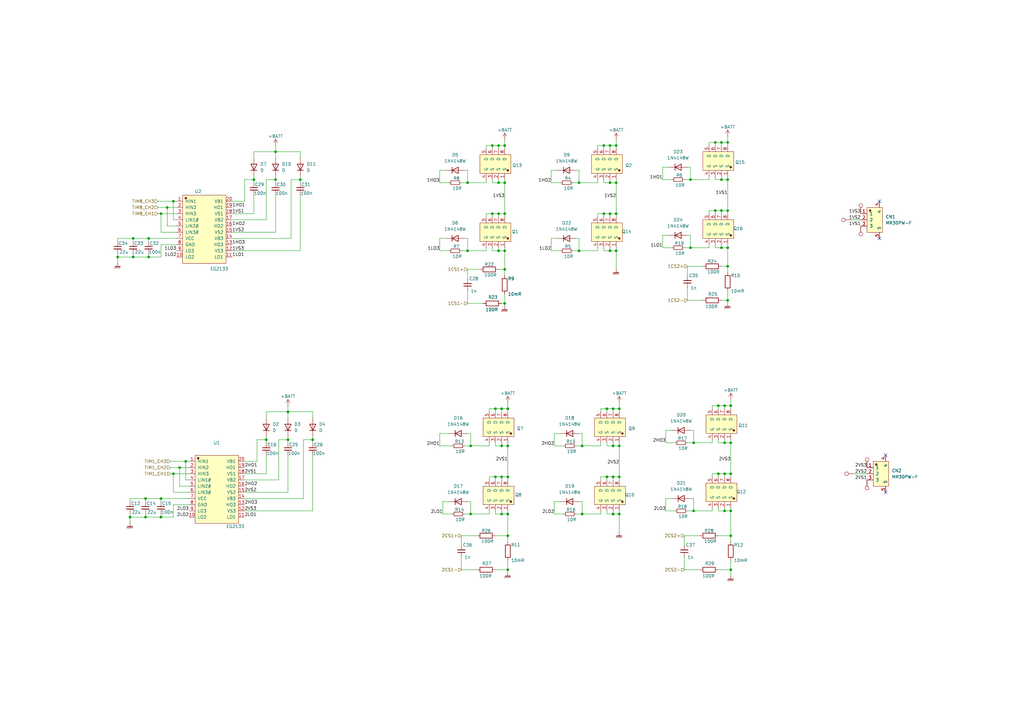
<source format=kicad_sch>
(kicad_sch (version 20231120) (generator "eeschema") (generator_version "8.0")
  (paper "A3")
  (junction (at 208.28 233.68))
  (junction (at 252.73 59.69))
  (junction (at 299.72 219.71))
  (junction (at 254 210.82))
  (junction (at 118.11 180.34))
  (junction (at 294.64 166.37))
  (junction (at 250.19 74.93))
  (junction (at 295.91 58.42))
  (junction (at 283.21 101.6))
  (junction (at 238.76 182.88))
  (junction (at 205.74 167.64))
  (junction (at 205.74 182.88))
  (junction (at 251.46 167.64))
  (junction (at 76.2 189.23))
  (junction (at 298.45 101.6))
  (junction (at 248.92 195.58))
  (junction (at 283.21 73.66))
  (junction (at 53.34 212.09))
  (junction (at 71.12 82.55))
  (junction (at 191.77 102.87))
  (junction (at 254 167.64))
  (junction (at 297.18 181.61))
  (junction (at 237.49 74.93))
  (junction (at 297.18 194.31))
  (junction (at 251.46 210.82))
  (junction (at 207.01 87.63))
  (junction (at 250.19 87.63))
  (junction (at 299.72 166.37))
  (junction (at 191.77 74.93))
  (junction (at 299.72 233.68))
  (junction (at 113.03 73.66))
  (junction (at 208.28 195.58))
  (junction (at 204.47 59.69))
  (junction (at 251.46 195.58))
  (junction (at 298.45 109.22))
  (junction (at 54.61 97.79))
  (junction (at 298.45 58.42))
  (junction (at 247.65 87.63))
  (junction (at 201.93 87.63))
  (junction (at 60.96 97.79))
  (junction (at 207.01 102.87))
  (junction (at 201.93 59.69))
  (junction (at 284.48 181.61))
  (junction (at 205.74 210.82))
  (junction (at 208.28 167.64))
  (junction (at 252.73 87.63))
  (junction (at 204.47 102.87))
  (junction (at 295.91 101.6))
  (junction (at 293.37 86.36))
  (junction (at 251.46 182.88))
  (junction (at 205.74 195.58))
  (junction (at 203.2 167.64))
  (junction (at 297.18 209.55))
  (junction (at 208.28 219.71))
  (junction (at 204.47 74.93))
  (junction (at 113.03 62.23))
  (junction (at 250.19 102.87))
  (junction (at 71.12 194.31))
  (junction (at 207.01 74.93))
  (junction (at 59.69 204.47))
  (junction (at 295.91 73.66))
  (junction (at 252.73 102.87))
  (junction (at 207.01 110.49))
  (junction (at 295.91 86.36))
  (junction (at 248.92 167.64))
  (junction (at 294.64 194.31))
  (junction (at 118.11 168.91))
  (junction (at 254 182.88))
  (junction (at 204.47 87.63))
  (junction (at 297.18 166.37))
  (junction (at 208.28 210.82))
  (junction (at 252.73 74.93))
  (junction (at 109.22 180.34))
  (junction (at 299.72 194.31))
  (junction (at 293.37 58.42))
  (junction (at 298.45 123.19))
  (junction (at 73.66 191.77))
  (junction (at 237.49 102.87))
  (junction (at 59.69 212.09))
  (junction (at 247.65 59.69))
  (junction (at 123.19 73.66))
  (junction (at 48.26 105.41))
  (junction (at 250.19 59.69))
  (junction (at 299.72 209.55))
  (junction (at 254 195.58))
  (junction (at 193.04 210.82))
  (junction (at 66.04 87.63))
  (junction (at 104.14 73.66))
  (junction (at 193.04 182.88))
  (junction (at 66.04 212.09))
  (junction (at 203.2 195.58))
  (junction (at 298.45 86.36))
  (junction (at 284.48 209.55))
  (junction (at 128.27 180.34))
  (junction (at 68.58 85.09))
  (junction (at 207.01 59.69))
  (junction (at 208.28 182.88))
  (junction (at 207.01 124.46))
  (junction (at 54.61 105.41))
  (junction (at 299.72 181.61))
  (junction (at 298.45 73.66))
  (junction (at 66.04 204.47))
  (junction (at 60.96 105.41))
  (junction (at 238.76 210.82))
  (no_connect (at 360.68 82.55))
  (no_connect (at 360.68 97.79))
  (no_connect (at 363.22 186.69))
  (no_connect (at 363.22 201.93))
  (wire (pts (xy 280.67 233.68) (xy 280.67 228.6)))
  (wire (pts (xy 226.06 74.93) (xy 229.87 74.93)))
  (wire (pts (xy 203.2 167.64) (xy 205.74 167.64)))
  (wire (pts (xy 251.46 195.58) (xy 251.46 196.85)))
  (wire (pts (xy 290.83 100.33) (xy 290.83 101.6)))
  (wire (pts (xy 203.2 210.82) (xy 205.74 210.82)))
  (wire (pts (xy 298.45 73.66) (xy 295.91 73.66)))
  (wire (pts (xy 254 210.82) (xy 254 209.55)))
  (wire (pts (xy 109.22 179.07) (xy 109.22 180.34)))
  (wire (pts (xy 207.01 87.63) (xy 207.01 88.9)))
  (wire (pts (xy 201.93 59.69) (xy 201.93 60.96)))
  (wire (pts (xy 245.11 60.96) (xy 245.11 59.69)))
  (wire (pts (xy 105.41 189.23) (xy 100.33 189.23)))
  (wire (pts (xy 191.77 102.87) (xy 199.39 102.87)))
  (wire (pts (xy 299.72 166.37) (xy 299.72 167.64)))
  (wire (pts (xy 104.14 72.39) (xy 104.14 73.66)))
  (wire (pts (xy 205.74 167.64) (xy 208.28 167.64)))
  (wire (pts (xy 292.1 180.34) (xy 292.1 181.61)))
  (wire (pts (xy 191.77 74.93) (xy 199.39 74.93)))
  (wire (pts (xy 237.49 205.74) (xy 238.76 205.74)))
  (wire (pts (xy 200.66 196.85) (xy 200.66 195.58)))
  (wire (pts (xy 72.39 95.25) (xy 66.04 95.25)))
  (wire (pts (xy 293.37 72.39) (xy 293.37 73.66)))
  (wire (pts (xy 123.19 64.77) (xy 123.19 62.23)))
  (wire (pts (xy 297.18 166.37) (xy 297.18 167.64)))
  (wire (pts (xy 180.34 102.87) (xy 184.15 102.87)))
  (wire (pts (xy 281.94 96.52) (xy 283.21 96.52)))
  (wire (pts (xy 208.28 182.88) (xy 208.28 195.58)))
  (wire (pts (xy 114.3 180.34) (xy 114.3 196.85)))
  (wire (pts (xy 247.65 59.69) (xy 247.65 60.96)))
  (wire (pts (xy 246.38 209.55) (xy 246.38 210.82)))
  (wire (pts (xy 246.38 168.91) (xy 246.38 167.64)))
  (wire (pts (xy 254 165.1) (xy 254 167.64)))
  (wire (pts (xy 293.37 101.6) (xy 295.91 101.6)))
  (wire (pts (xy 184.15 177.8) (xy 180.34 177.8)))
  (wire (pts (xy 128.27 171.45) (xy 128.27 168.91)))
  (wire (pts (xy 287.02 219.71) (xy 280.67 219.71)))
  (wire (pts (xy 246.38 167.64) (xy 248.92 167.64)))
  (wire (pts (xy 236.22 210.82) (xy 238.76 210.82)))
  (wire (pts (xy 201.93 73.66) (xy 201.93 74.93)))
  (wire (pts (xy 250.19 59.69) (xy 252.73 59.69)))
  (wire (pts (xy 204.47 102.87) (xy 207.01 102.87)))
  (wire (pts (xy 208.28 167.64) (xy 208.28 168.91)))
  (wire (pts (xy 59.69 210.82) (xy 59.69 212.09)))
  (wire (pts (xy 199.39 59.69) (xy 201.93 59.69)))
  (wire (pts (xy 191.77 69.85) (xy 191.77 74.93)))
  (wire (pts (xy 297.18 194.31) (xy 299.72 194.31)))
  (wire (pts (xy 294.64 219.71) (xy 299.72 219.71)))
  (wire (pts (xy 77.47 201.93) (xy 71.12 201.93)))
  (wire (pts (xy 118.11 168.91) (xy 109.22 168.91)))
  (wire (pts (xy 254 210.82) (xy 254 218.44)))
  (wire (pts (xy 208.28 181.61) (xy 208.28 182.88)))
  (wire (pts (xy 60.96 97.79) (xy 60.96 99.06)))
  (wire (pts (xy 208.28 219.71) (xy 208.28 222.25)))
  (wire (pts (xy 248.92 210.82) (xy 251.46 210.82)))
  (wire (pts (xy 207.01 74.93) (xy 207.01 87.63)))
  (wire (pts (xy 201.93 102.87) (xy 204.47 102.87)))
  (wire (pts (xy 246.38 181.61) (xy 246.38 182.88)))
  (wire (pts (xy 294.64 180.34) (xy 294.64 181.61)))
  (wire (pts (xy 238.76 177.8) (xy 238.76 182.88)))
  (wire (pts (xy 123.19 62.23) (xy 113.03 62.23)))
  (wire (pts (xy 118.11 168.91) (xy 118.11 171.45)))
  (wire (pts (xy 66.04 100.33) (xy 66.04 105.41)))
  (wire (pts (xy 72.39 90.17) (xy 71.12 90.17)))
  (wire (pts (xy 66.04 204.47) (xy 66.04 205.74)))
  (wire (pts (xy 104.14 87.63) (xy 95.25 87.63)))
  (wire (pts (xy 251.46 209.55) (xy 251.46 210.82)))
  (wire (pts (xy 234.95 74.93) (xy 237.49 74.93)))
  (wire (pts (xy 69.85 191.77) (xy 73.66 191.77)))
  (wire (pts (xy 54.61 105.41) (xy 48.26 105.41)))
  (wire (pts (xy 280.67 219.71) (xy 280.67 223.52)))
  (wire (pts (xy 274.32 68.58) (xy 271.78 68.58)))
  (wire (pts (xy 68.58 92.71) (xy 68.58 85.09)))
  (wire (pts (xy 53.34 212.09) (xy 53.34 210.82)))
  (wire (pts (xy 113.03 73.66) (xy 109.22 73.66)))
  (wire (pts (xy 113.03 62.23) (xy 104.14 62.23)))
  (wire (pts (xy 104.14 62.23) (xy 104.14 64.77)))
  (wire (pts (xy 204.47 87.63) (xy 207.01 87.63)))
  (wire (pts (xy 66.04 87.63) (xy 72.39 87.63)))
  (wire (pts (xy 293.37 58.42) (xy 293.37 59.69)))
  (wire (pts (xy 251.46 167.64) (xy 251.46 168.91)))
  (wire (pts (xy 250.19 87.63) (xy 250.19 88.9)))
  (wire (pts (xy 119.38 73.66) (xy 119.38 97.79)))
  (wire (pts (xy 207.01 124.46) (xy 207.01 125.73)))
  (wire (pts (xy 284.48 176.53) (xy 284.48 181.61)))
  (wire (pts (xy 207.01 74.93) (xy 204.47 74.93)))
  (wire (pts (xy 181.61 210.82) (xy 185.42 210.82)))
  (wire (pts (xy 71.12 212.09) (xy 66.04 212.09)))
  (wire (pts (xy 113.03 72.39) (xy 113.03 73.66)))
  (wire (pts (xy 226.06 102.87) (xy 229.87 102.87)))
  (wire (pts (xy 64.77 85.09) (xy 68.58 85.09)))
  (wire (pts (xy 292.1 208.28) (xy 292.1 209.55)))
  (wire (pts (xy 288.29 123.19) (xy 281.94 123.19)))
  (wire (pts (xy 199.39 73.66) (xy 199.39 74.93)))
  (wire (pts (xy 59.69 204.47) (xy 53.34 204.47)))
  (wire (pts (xy 281.94 68.58) (xy 283.21 68.58)))
  (wire (pts (xy 76.2 189.23) (xy 77.47 189.23)))
  (wire (pts (xy 191.77 110.49) (xy 191.77 114.3)))
  (wire (pts (xy 295.91 123.19) (xy 298.45 123.19)))
  (wire (pts (xy 226.06 69.85) (xy 226.06 74.93)))
  (wire (pts (xy 180.34 97.79) (xy 180.34 102.87)))
  (wire (pts (xy 100.33 82.55) (xy 95.25 82.55)))
  (wire (pts (xy 207.01 102.87) (xy 207.01 110.49)))
  (wire (pts (xy 298.45 123.19) (xy 298.45 124.46)))
  (wire (pts (xy 189.23 233.68) (xy 189.23 228.6)))
  (wire (pts (xy 299.72 194.31) (xy 299.72 195.58)))
  (wire (pts (xy 299.72 229.87) (xy 299.72 233.68)))
  (wire (pts (xy 274.32 96.52) (xy 271.78 96.52)))
  (wire (pts (xy 53.34 204.47) (xy 53.34 205.74)))
  (wire (pts (xy 290.83 58.42) (xy 293.37 58.42)))
  (wire (pts (xy 237.49 97.79) (xy 237.49 102.87)))
  (wire (pts (xy 77.47 196.85) (xy 76.2 196.85)))
  (wire (pts (xy 283.21 204.47) (xy 284.48 204.47)))
  (wire (pts (xy 294.64 181.61) (xy 297.18 181.61)))
  (wire (pts (xy 295.91 86.36) (xy 298.45 86.36)))
  (wire (pts (xy 246.38 196.85) (xy 246.38 195.58)))
  (wire (pts (xy 201.93 101.6) (xy 201.93 102.87)))
  (wire (pts (xy 66.04 204.47) (xy 59.69 204.47)))
  (wire (pts (xy 295.91 86.36) (xy 295.91 87.63)))
  (wire (pts (xy 283.21 68.58) (xy 283.21 73.66)))
  (wire (pts (xy 105.41 180.34) (xy 105.41 189.23)))
  (wire (pts (xy 284.48 209.55) (xy 292.1 209.55)))
  (wire (pts (xy 203.2 167.64) (xy 203.2 168.91)))
  (wire (pts (xy 293.37 86.36) (xy 293.37 87.63)))
  (wire (pts (xy 299.72 219.71) (xy 299.72 222.25)))
  (wire (pts (xy 54.61 97.79) (xy 54.61 99.06)))
  (wire (pts (xy 69.85 194.31) (xy 71.12 194.31)))
  (wire (pts (xy 208.28 165.1) (xy 208.28 167.64)))
  (wire (pts (xy 181.61 205.74) (xy 181.61 210.82)))
  (wire (pts (xy 297.18 194.31) (xy 297.18 195.58)))
  (wire (pts (xy 203.2 195.58) (xy 203.2 196.85)))
  (wire (pts (xy 71.12 194.31) (xy 77.47 194.31)))
  (wire (pts (xy 298.45 58.42) (xy 298.45 59.69)))
  (wire (pts (xy 283.21 176.53) (xy 284.48 176.53)))
  (wire (pts (xy 281.94 181.61) (xy 284.48 181.61)))
  (wire (pts (xy 204.47 74.93) (xy 204.47 73.66)))
  (wire (pts (xy 189.23 102.87) (xy 191.77 102.87)))
  (wire (pts (xy 118.11 179.07) (xy 118.11 180.34)))
  (wire (pts (xy 123.19 80.01) (xy 123.19 102.87)))
  (wire (pts (xy 252.73 102.87) (xy 252.73 101.6)))
  (wire (pts (xy 248.92 195.58) (xy 248.92 196.85)))
  (wire (pts (xy 293.37 100.33) (xy 293.37 101.6)))
  (wire (pts (xy 208.28 195.58) (xy 208.28 196.85)))
  (wire (pts (xy 238.76 205.74) (xy 238.76 210.82)))
  (wire (pts (xy 251.46 195.58) (xy 254 195.58)))
  (wire (pts (xy 204.47 110.49) (xy 207.01 110.49)))
  (wire (pts (xy 299.72 180.34) (xy 299.72 181.61)))
  (wire (pts (xy 195.58 219.71) (xy 189.23 219.71)))
  (wire (pts (xy 298.45 101.6) (xy 298.45 109.22)))
  (wire (pts (xy 254 195.58) (xy 254 196.85)))
  (wire (pts (xy 245.11 88.9) (xy 245.11 87.63)))
  (wire (pts (xy 199.39 60.96) (xy 199.39 59.69)))
  (wire (pts (xy 128.27 209.55) (xy 100.33 209.55)))
  (wire (pts (xy 298.45 73.66) (xy 298.45 86.36)))
  (wire (pts (xy 201.93 87.63) (xy 201.93 88.9)))
  (wire (pts (xy 109.22 186.69) (xy 109.22 194.31)))
  (wire (pts (xy 193.04 210.82) (xy 200.66 210.82)))
  (wire (pts (xy 104.14 73.66) (xy 100.33 73.66)))
  (wire (pts (xy 201.93 74.93) (xy 204.47 74.93)))
  (wire (pts (xy 204.47 101.6) (xy 204.47 102.87)))
  (wire (pts (xy 54.61 97.79) (xy 48.26 97.79)))
  (wire (pts (xy 281.94 209.55) (xy 284.48 209.55)))
  (wire (pts (xy 290.83 72.39) (xy 290.83 73.66)))
  (wire (pts (xy 273.05 209.55) (xy 276.86 209.55)))
  (wire (pts (xy 273.05 176.53) (xy 273.05 181.61)))
  (wire (pts (xy 190.5 97.79) (xy 191.77 97.79)))
  (wire (pts (xy 250.19 87.63) (xy 252.73 87.63)))
  (wire (pts (xy 60.96 105.41) (xy 54.61 105.41)))
  (wire (pts (xy 113.03 62.23) (xy 113.03 64.77)))
  (wire (pts (xy 226.06 97.79) (xy 226.06 102.87)))
  (wire (pts (xy 283.21 73.66) (xy 290.83 73.66)))
  (wire (pts (xy 203.2 182.88) (xy 205.74 182.88)))
  (wire (pts (xy 290.83 87.63) (xy 290.83 86.36)))
  (wire (pts (xy 77.47 199.39) (xy 73.66 199.39)))
  (wire (pts (xy 250.19 101.6) (xy 250.19 102.87)))
  (wire (pts (xy 271.78 101.6) (xy 275.59 101.6)))
  (wire (pts (xy 72.39 92.71) (xy 68.58 92.71)))
  (wire (pts (xy 294.64 166.37) (xy 294.64 167.64)))
  (wire (pts (xy 113.03 80.01) (xy 113.03 95.25)))
  (wire (pts (xy 208.28 210.82) (xy 208.28 219.71)))
  (wire (pts (xy 247.65 87.63) (xy 247.65 88.9)))
  (wire (pts (xy 207.01 73.66) (xy 207.01 74.93)))
  (wire (pts (xy 113.03 59.69) (xy 113.03 62.23)))
  (wire (pts (xy 280.67 73.66) (xy 283.21 73.66)))
  (wire (pts (xy 252.73 87.63) (xy 252.73 88.9)))
  (wire (pts (xy 190.5 182.88) (xy 193.04 182.88)))
  (wire (pts (xy 290.83 59.69) (xy 290.83 58.42)))
  (wire (pts (xy 252.73 102.87) (xy 252.73 110.49)))
  (wire (pts (xy 254 182.88) (xy 251.46 182.88)))
  (wire (pts (xy 205.74 195.58) (xy 205.74 196.85)))
  (wire (pts (xy 203.2 181.61) (xy 203.2 182.88)))
  (wire (pts (xy 180.34 182.88) (xy 185.42 182.88)))
  (wire (pts (xy 71.12 82.55) (xy 72.39 82.55)))
  (wire (pts (xy 66.04 105.41) (xy 60.96 105.41)))
  (wire (pts (xy 72.39 97.79) (xy 60.96 97.79)))
  (wire (pts (xy 299.72 181.61) (xy 299.72 194.31)))
  (wire (pts (xy 299.72 209.55) (xy 299.72 208.28)))
  (wire (pts (xy 180.34 177.8) (xy 180.34 182.88)))
  (wire (pts (xy 299.72 233.68) (xy 299.72 236.22)))
  (wire (pts (xy 299.72 181.61) (xy 297.18 181.61)))
  (wire (pts (xy 293.37 58.42) (xy 295.91 58.42)))
  (wire (pts (xy 193.04 182.88) (xy 200.66 182.88)))
  (wire (pts (xy 298.45 72.39) (xy 298.45 73.66)))
  (wire (pts (xy 284.48 181.61) (xy 292.1 181.61)))
  (wire (pts (xy 199.39 101.6) (xy 199.39 102.87)))
  (wire (pts (xy 254 181.61) (xy 254 182.88)))
  (wire (pts (xy 66.04 212.09) (xy 59.69 212.09)))
  (wire (pts (xy 248.92 209.55) (xy 248.92 210.82)))
  (wire (pts (xy 236.22 69.85) (xy 237.49 69.85)))
  (wire (pts (xy 68.58 85.09) (xy 72.39 85.09)))
  (wire (pts (xy 237.49 102.87) (xy 245.11 102.87)))
  (wire (pts (xy 60.96 104.14) (xy 60.96 105.41)))
  (wire (pts (xy 191.77 205.74) (xy 193.04 205.74)))
  (wire (pts (xy 247.65 102.87) (xy 250.19 102.87)))
  (wire (pts (xy 71.12 90.17) (xy 71.12 82.55)))
  (wire (pts (xy 191.77 177.8) (xy 193.04 177.8)))
  (wire (pts (xy 190.5 69.85) (xy 191.77 69.85)))
  (wire (pts (xy 227.33 205.74) (xy 227.33 210.82)))
  (wire (pts (xy 299.72 209.55) (xy 299.72 219.71)))
  (wire (pts (xy 252.73 57.15) (xy 252.73 59.69)))
  (wire (pts (xy 196.85 110.49) (xy 191.77 110.49)))
  (wire (pts (xy 204.47 87.63) (xy 204.47 88.9)))
  (wire (pts (xy 104.14 73.66) (xy 104.14 74.93)))
  (wire (pts (xy 53.34 212.09) (xy 53.34 214.63)))
  (wire (pts (xy 250.19 74.93) (xy 250.19 73.66)))
  (wire (pts (xy 118.11 186.69) (xy 118.11 201.93)))
  (wire (pts (xy 295.91 101.6) (xy 298.45 101.6)))
  (wire (pts (xy 204.47 59.69) (xy 204.47 60.96)))
  (wire (pts (xy 298.45 55.88) (xy 298.45 58.42)))
  (wire (pts (xy 59.69 204.47) (xy 59.69 205.74)))
  (wire (pts (xy 109.22 180.34) (xy 109.22 181.61)))
  (wire (pts (xy 128.27 168.91) (xy 118.11 168.91)))
  (wire (pts (xy 205.74 124.46) (xy 207.01 124.46)))
  (wire (pts (xy 294.64 233.68) (xy 299.72 233.68)))
  (wire (pts (xy 193.04 177.8) (xy 193.04 182.88)))
  (wire (pts (xy 195.58 233.68) (xy 189.23 233.68)))
  (wire (pts (xy 247.65 73.66) (xy 247.65 74.93)))
  (wire (pts (xy 281.94 123.19) (xy 281.94 118.11)))
  (wire (pts (xy 60.96 97.79) (xy 54.61 97.79)))
  (wire (pts (xy 247.65 59.69) (xy 250.19 59.69)))
  (wire (pts (xy 205.74 209.55) (xy 205.74 210.82)))
  (wire (pts (xy 199.39 87.63) (xy 201.93 87.63)))
  (wire (pts (xy 283.21 101.6) (xy 290.83 101.6)))
  (wire (pts (xy 203.2 233.68) (xy 208.28 233.68)))
  (wire (pts (xy 252.73 74.93) (xy 250.19 74.93)))
  (wire (pts (xy 248.92 182.88) (xy 251.46 182.88)))
  (wire (pts (xy 208.28 182.88) (xy 205.74 182.88)))
  (wire (pts (xy 205.74 167.64) (xy 205.74 168.91)))
  (wire (pts (xy 246.38 195.58) (xy 248.92 195.58)))
  (wire (pts (xy 247.65 101.6) (xy 247.65 102.87)))
  (wire (pts (xy 182.88 97.79) (xy 180.34 97.79)))
  (wire (pts (xy 73.66 199.39) (xy 73.66 191.77)))
  (wire (pts (xy 200.66 181.61) (xy 200.66 182.88)))
  (wire (pts (xy 190.5 210.82) (xy 193.04 210.82)))
  (wire (pts (xy 273.05 204.47) (xy 273.05 209.55)))
  (wire (pts (xy 48.26 105.41) (xy 48.26 107.95)))
  (wire (pts (xy 295.91 58.42) (xy 295.91 59.69)))
  (wire (pts (xy 109.22 194.31) (xy 100.33 194.31)))
  (wire (pts (xy 123.19 73.66) (xy 119.38 73.66)))
  (wire (pts (xy 298.45 86.36) (xy 298.45 87.63)))
  (wire (pts (xy 207.01 102.87) (xy 207.01 101.6)))
  (wire (pts (xy 95.25 97.79) (xy 119.38 97.79)))
  (wire (pts (xy 201.93 59.69) (xy 204.47 59.69)))
  (wire (pts (xy 294.64 194.31) (xy 294.64 195.58)))
  (wire (pts (xy 205.74 182.88) (xy 205.74 181.61)))
  (wire (pts (xy 298.45 101.6) (xy 298.45 100.33)))
  (wire (pts (xy 227.33 210.82) (xy 231.14 210.82)))
  (wire (pts (xy 109.22 180.34) (xy 105.41 180.34)))
  (wire (pts (xy 271.78 68.58) (xy 271.78 73.66)))
  (wire (pts (xy 297.18 208.28) (xy 297.18 209.55)))
  (wire (pts (xy 248.92 181.61) (xy 248.92 182.88)))
  (wire (pts (xy 118.11 180.34) (xy 114.3 180.34)))
  (wire (pts (xy 237.49 69.85) (xy 237.49 74.93)))
  (wire (pts (xy 207.01 120.65) (xy 207.01 124.46)))
  (wire (pts (xy 128.27 180.34) (xy 128.27 181.61)))
  (wire (pts (xy 229.87 205.74) (xy 227.33 205.74)))
  (wire (pts (xy 252.73 73.66) (xy 252.73 74.93)))
  (wire (pts (xy 203.2 195.58) (xy 205.74 195.58)))
  (wire (pts (xy 199.39 88.9) (xy 199.39 87.63)))
  (wire (pts (xy 245.11 101.6) (xy 245.11 102.87)))
  (wire (pts (xy 100.33 204.47) (xy 124.46 204.47)))
  (wire (pts (xy 287.02 233.68) (xy 280.67 233.68)))
  (wire (pts (xy 64.77 87.63) (xy 66.04 87.63)))
  (wire (pts (xy 228.6 69.85) (xy 226.06 69.85)))
  (wire (pts (xy 76.2 196.85) (xy 76.2 189.23)))
  (wire (pts (xy 208.28 233.68) (xy 208.28 234.95)))
  (wire (pts (xy 292.1 195.58) (xy 292.1 194.31)))
  (wire (pts (xy 254 167.64) (xy 254 168.91)))
  (wire (pts (xy 198.12 124.46) (xy 191.77 124.46)))
  (wire (pts (xy 349.25 90.17) (xy 353.06 90.17)))
  (wire (pts (xy 204.47 59.69) (xy 207.01 59.69)))
  (wire (pts (xy 237.49 177.8) (xy 238.76 177.8)))
  (wire (pts (xy 109.22 73.66) (xy 109.22 90.17)))
  (wire (pts (xy 227.33 182.88) (xy 231.14 182.88)))
  (wire (pts (xy 109.22 168.91) (xy 109.22 171.45)))
  (wire (pts (xy 238.76 210.82) (xy 246.38 210.82)))
  (wire (pts (xy 227.33 177.8) (xy 227.33 182.88)))
  (wire (pts (xy 207.01 110.49) (xy 207.01 113.03)))
  (wire (pts (xy 104.14 80.01) (xy 104.14 87.63)))
  (wire (pts (xy 251.46 167.64) (xy 254 167.64)))
  (wire (pts (xy 292.1 194.31) (xy 294.64 194.31)))
  (wire (pts (xy 203.2 209.55) (xy 203.2 210.82)))
  (wire (pts (xy 237.49 74.93) (xy 245.11 74.93)))
  (wire (pts (xy 250.19 102.87) (xy 252.73 102.87)))
  (wire (pts (xy 254 182.88) (xy 254 195.58)))
  (wire (pts (xy 236.22 182.88) (xy 238.76 182.88)))
  (wire (pts (xy 288.29 109.22) (xy 281.94 109.22)))
  (wire (pts (xy 208.28 210.82) (xy 208.28 209.55)))
  (wire (pts (xy 252.73 74.93) (xy 252.73 87.63)))
  (wire (pts (xy 298.45 109.22) (xy 298.45 111.76)))
  (wire (pts (xy 66.04 95.25) (xy 66.04 87.63)))
  (wire (pts (xy 207.01 59.69) (xy 207.01 60.96)))
  (wire (pts (xy 294.64 208.28) (xy 294.64 209.55)))
  (wire (pts (xy 180.34 69.85) (xy 180.34 74.93)))
  (wire (pts (xy 66.04 210.82) (xy 66.04 212.09)))
  (wire (pts (xy 182.88 69.85) (xy 180.34 69.85)))
  (wire (pts (xy 113.03 73.66) (xy 113.03 74.93)))
  (wire (pts (xy 248.92 167.64) (xy 248.92 168.91)))
  (wire (pts (xy 128.27 180.34) (xy 124.46 180.34)))
  (wire (pts (xy 54.61 104.14) (xy 54.61 105.41)))
  (wire (pts (xy 118.11 166.37) (xy 118.11 168.91)))
  (wire (pts (xy 350.52 194.31) (xy 355.6 194.31)))
  (wire (pts (xy 252.73 59.69) (xy 252.73 60.96)))
  (wire (pts (xy 248.92 195.58) (xy 251.46 195.58)))
  (wire (pts (xy 281.94 109.22) (xy 281.94 113.03)))
  (wire (pts (xy 297.18 166.37) (xy 299.72 166.37)))
  (wire (pts (xy 113.03 95.25) (xy 95.25 95.25)))
  (wire (pts (xy 180.34 74.93) (xy 184.15 74.93)))
  (wire (pts (xy 200.66 195.58) (xy 203.2 195.58)))
  (wire (pts (xy 191.77 97.79) (xy 191.77 102.87)))
  (wire (pts (xy 297.18 209.55) (xy 299.72 209.55)))
  (wire (pts (xy 184.15 205.74) (xy 181.61 205.74)))
  (wire (pts (xy 283.21 96.52) (xy 283.21 101.6)))
  (wire (pts (xy 271.78 96.52) (xy 271.78 101.6)))
  (wire (pts (xy 208.28 229.87) (xy 208.28 233.68)))
  (wire (pts (xy 247.65 87.63) (xy 250.19 87.63)))
  (wire (pts (xy 205.74 210.82) (xy 208.28 210.82)))
  (wire (pts (xy 200.66 168.91) (xy 200.66 167.64)))
  (wire (pts (xy 292.1 166.37) (xy 294.64 166.37)))
  (wire (pts (xy 295.91 73.66) (xy 295.91 72.39)))
  (wire (pts (xy 295.91 100.33) (xy 295.91 101.6)))
  (wire (pts (xy 72.39 100.33) (xy 66.04 100.33)))
  (wire (pts (xy 77.47 207.01) (xy 71.12 207.01)))
  (wire (pts (xy 189.23 219.71) (xy 189.23 223.52)))
  (wire (pts (xy 275.59 176.53) (xy 273.05 176.53)))
  (wire (pts (xy 280.67 101.6) (xy 283.21 101.6)))
  (wire (pts (xy 109.22 90.17) (xy 95.25 90.17)))
  (wire (pts (xy 294.64 194.31) (xy 297.18 194.31)))
  (wire (pts (xy 295.91 109.22) (xy 298.45 109.22)))
  (wire (pts (xy 59.69 212.09) (xy 53.34 212.09)))
  (wire (pts (xy 71.12 207.01) (xy 71.12 212.09)))
  (wire (pts (xy 124.46 180.34) (xy 124.46 204.47)))
  (wire (pts (xy 118.11 201.93) (xy 100.33 201.93)))
  (wire (pts (xy 48.26 97.79) (xy 48.26 99.06)))
  (wire (pts (xy 245.11 73.66) (xy 245.11 74.93)))
  (wire (pts (xy 251.46 210.82) (xy 254 210.82)))
  (wire (pts (xy 236.22 97.79) (xy 237.49 97.79)))
  (wire (pts (xy 292.1 167.64) (xy 292.1 166.37)))
  (wire (pts (xy 118.11 180.34) (xy 118.11 181.61)))
  (wire (pts (xy 299.72 163.83) (xy 299.72 166.37)))
  (wire (pts (xy 73.66 191.77) (xy 77.47 191.77)))
  (wire (pts (xy 250.19 59.69) (xy 250.19 60.96)))
  (wire (pts (xy 123.19 73.66) (xy 123.19 74.93)))
  (wire (pts (xy 201.93 87.63) (xy 204.47 87.63)))
  (wire (pts (xy 295.91 58.42) (xy 298.45 58.42)))
  (wire (pts (xy 298.45 119.38) (xy 298.45 123.19)))
  (wire (pts (xy 293.37 73.66) (xy 295.91 73.66)))
  (wire (pts (xy 48.26 105.41) (xy 48.26 104.14)))
  (wire (pts (xy 114.3 196.85) (xy 100.33 196.85)))
  (wire (pts (xy 238.76 182.88) (xy 246.38 182.88)))
  (wire (pts (xy 193.04 205.74) (xy 193.04 210.82)))
  (wire (pts (xy 200.66 167.64) (xy 203.2 167.64)))
  (wire (pts (xy 294.64 166.37) (xy 297.18 166.37)))
  (wire (pts (xy 128.27 186.69) (xy 128.27 209.55)))
  (wire (pts (xy 71.12 201.93) (xy 71.12 194.31)))
  (wire (pts (xy 228.6 97.79) (xy 226.06 97.79)))
  (wire (pts (xy 293.37 86.36) (xy 295.91 86.36)))
  (wire (pts (xy 284.48 204.47) (xy 284.48 209.55)))
  (wire (pts (xy 203.2 219.71) (xy 208.28 219.71)))
  (wire (pts (xy 290.83 86.36) (xy 293.37 86.36)))
  (wire (pts (xy 273.05 181.61) (xy 276.86 181.61)))
  (wire (pts (xy 123.19 72.39) (xy 123.19 73.66)))
  (wire (pts (xy 100.33 73.66) (xy 100.33 82.55)))
  (wire (pts (xy 207.01 57.15) (xy 207.01 59.69)))
  (wire (pts (xy 245.11 59.69) (xy 247.65 59.69)))
  (wire (pts (xy 275.59 204.47) (xy 273.05 204.47)))
  (wire (pts (xy 205.74 195.58) (xy 208.28 195.58)))
  (wire (pts (xy 247.65 74.93) (xy 250.19 74.93)))
  (wire (pts (xy 69.85 189.23) (xy 76.2 189.23)))
  (wire (pts (xy 297.18 181.61) (xy 297.18 180.34)))
  (wire (pts (xy 294.64 209.55) (xy 297.18 209.55)))
  (wire (pts (xy 77.47 204.47) (xy 66.04 204.47)))
  (wire (pts (xy 234.95 102.87) (xy 237.49 102.87)))
  (wire (pts (xy 251.46 182.88) (xy 251.46 181.61)))
  (wire (pts (xy 64.77 82.55) (xy 71.12 82.55)))
  (wire (pts (xy 128.27 179.07) (xy 128.27 180.34)))
  (wire (pts (xy 271.78 73.66) (xy 275.59 73.66)))
  (wire (pts (xy 245.11 87.63) (xy 247.65 87.63)))
  (wire (pts (xy 123.19 102.87) (xy 95.25 102.87)))
  (wire (pts (xy 200.66 209.55) (xy 200.66 210.82)))
  (wire (pts (xy 248.92 167.64) (xy 251.46 167.64)))
  (wire (pts (xy 189.23 74.93) (xy 191.77 74.93)))
  (wire (pts (xy 191.77 124.46) (xy 191.77 119.38)))
  (wire (pts (xy 229.87 177.8) (xy 227.33 177.8)))
  (label "2VS1" (at 100.33 194.31 0))
  (label "1HO2" (at 226.06 74.93 180))
  (label "2VS1" (at 208.28 189.23 180))
  (label "2LO2" (at 77.47 212.09 180))
  (label "2LO3" (at 273.05 209.55 180))
  (label "1VS1" (at 95.25 87.63 0))
  (label "2VS2" (at 254 190.5 180))
  (label "1VS1" (at 353.06 92.71 180))
  (label "2VS3" (at 100.33 209.55 0))
  (label "1HO1" (at 95.25 85.09 0))
  (label "1HO1" (at 271.78 73.66 180))
  (label "1VS3" (at 353.06 87.63 180))
  (label "1LO1" (at 271.78 101.6 180))
  (label "2HO2" (at 227.33 182.88 180))
  (label "1HO3" (at 180.34 74.93 180))
  (label "2HO1" (at 100.33 191.77 0))
  (label "2LO2" (at 227.33 210.82 180))
  (label "2LO1" (at 100.33 212.09 0))
  (label "1VS3" (at 95.25 102.87 0))
  (label "1LO1" (at 95.25 105.41 0))
  (label "1LO2" (at 72.39 105.41 180))
  (label "2LO3" (at 77.47 209.55 180))
  (label "1VS2" (at 95.25 95.25 0))
  (label "1HO2" (at 95.25 92.71 0))
  (label "2HO3" (at 100.33 207.01 0))
  (label "1LO3" (at 180.34 102.87 180))
  (label "1VS1" (at 298.45 80.01 180))
  (label "1VS2" (at 353.06 90.17 180))
  (label "1LO2" (at 226.06 102.87 180))
  (label "2VS3" (at 355.6 191.77 180))
  (label "1VS2" (at 252.73 81.28 180))
  (label "2LO1" (at 181.61 210.82 180))
  (label "2VS2" (at 100.33 201.93 0))
  (label "2HO2" (at 100.33 199.39 0))
  (label "2VS2" (at 355.6 194.31 180))
  (label "2VS3" (at 299.72 189.23 180))
  (label "2HO3" (at 273.05 181.61 180))
  (label "2VS1" (at 355.6 196.85 180))
  (label "2HO1" (at 180.34 182.88 180))
  (label "1VS3" (at 207.01 81.28 180))
  (label "1HO3" (at 95.25 100.33 0))
  (label "1LO3" (at 72.39 102.87 180))
  (hierarchical_label "TIM8_CH3" (shape input) (at 64.77 82.55 180))
  (hierarchical_label "2CS1+" (shape input) (at 189.23 219.71 180))
  (hierarchical_label "2CS2-" (shape input) (at 280.67 233.68 180))
  (hierarchical_label "1CS1+" (shape input) (at 191.77 110.49 180))
  (hierarchical_label "TIM1_CH2" (shape input) (at 69.85 191.77 180))
  (hierarchical_label "2CS1-" (shape input) (at 189.23 233.68 180))
  (hierarchical_label "TIM8_CH2" (shape input) (at 64.77 85.09 180))
  (hierarchical_label "1CS2-" (shape input) (at 281.94 123.19 180))
  (hierarchical_label "1CS1-" (shape input) (at 191.77 124.46 180))
  (hierarchical_label "2CS2+" (shape input) (at 280.67 219.71 180))
  (hierarchical_label "TIM1_CH1" (shape input) (at 69.85 194.31 180))
  (hierarchical_label "TIM1_CH3" (shape input) (at 69.85 189.23 180))
  (hierarchical_label "TIM8_CH1" (shape input) (at 64.77 87.63 180))
  (hierarchical_label "1CS2+" (shape input) (at 281.94 109.22 180))
  (symbol (lib_id "power:+BATT") (at 113.03 59.69 0) (unit 1)
    (property "Reference" "#PWR019" (effects (hide yes)))
    (property "Value" "+BATT" (at 113.03 55.88 0))
    (property "Description" "Power symbol creates a global label with name \"+BATT\"" (effects (hide yes)))
  )
  (symbol (lib_id "Device:R") (at 201.93 124.46 270) (unit 1)
    (property "Reference" "R23" (at 202.184 121.92 90))
    (property "Value" "100R" (at 201.676 127 90))
    (property "Footprint" "Resistor_SMD:R_0603_1608Metric_Pad0.98x0.95mm_HandSolder" (effects (hide yes)))
  )
  (symbol (lib_id "bldcDriver:EMB09N03V") (at 248.92 95.25 270) (mirror x) (unit 1)
    (property "Reference" "Q14" (at 257.048 94.996 90))
    (property "Value" "EMB09N03V" (effects (hide yes)))
    (property "Footprint" "balancerDriver:POWERTDFN-8_L3.1-W3.1-P0.65-LS3.3-BL" (effects (hide yes)))
    (property "Datasheet" "http://www.szlcsc.com/product/details_466504.html" (effects (hide yes)))
    (property "Description" "C461957" (effects (hide yes)))
    (property "uuid" "std:de0ac5e8676e401a8425019b2d90a718" (effects (hide yes)))
  )
  (symbol (lib_id "bldcDriver:EMB09N03V") (at 203.2 67.31 270) (mirror x) (unit 1)
    (property "Reference" "Q13" (at 212.09 67.818 90))
    (property "Value" "EMB09N03V" (effects (hide yes)))
    (property "Footprint" "balancerDriver:POWERTDFN-8_L3.1-W3.1-P0.65-LS3.3-BL" (effects (hide yes)))
    (property "Datasheet" "http://www.szlcsc.com/product/details_466504.html" (effects (hide yes)))
    (property "Description" "C461957" (effects (hide yes)))
    (property "uuid" "std:de0ac5e8676e401a8425019b2d90a718" (effects (hide yes)))
  )
  (symbol (lib_id "bldcDriver:EMB09N03V") (at 294.64 93.98 270) (mirror x) (unit 1)
    (property "Reference" "Q16" (at 302.768 93.726 90))
    (property "Value" "EMB09N03V" (effects (hide yes)))
    (property "Footprint" "balancerDriver:POWERTDFN-8_L3.1-W3.1-P0.65-LS3.3-BL" (effects (hide yes)))
    (property "Datasheet" "http://www.szlcsc.com/product/details_466504.html" (effects (hide yes)))
    (property "Description" "C461957" (effects (hide yes)))
    (property "uuid" "std:de0ac5e8676e401a8425019b2d90a718" (effects (hide yes)))
  )
  (symbol (lib_id "Device:R_Small") (at 233.68 182.88 90) (unit 1)
    (property "Reference" "R15" (at 234.188 181.102 90))
    (property "Value" "10R" (at 234.442 185.166 90))
    (property "Footprint" "Resistor_SMD:R_0603_1608Metric_Pad0.98x0.95mm_HandSolder" (effects (hide yes)))
    (property "Description" "Resistor, small symbol" (effects (hide yes)))
  )
  (symbol (lib_id "bldcDriver:EMB09N03V") (at 250.19 175.26 270) (mirror x) (unit 1)
    (property "Reference" "Q9" (at 259.08 175.768 90))
    (property "Value" "EMB09N03V" (effects (hide yes)))
    (property "Footprint" "balancerDriver:POWERTDFN-8_L3.1-W3.1-P0.65-LS3.3-BL" (effects (hide yes)))
    (property "Datasheet" "http://www.szlcsc.com/product/details_466504.html" (effects (hide yes)))
    (property "Description" "C461957" (effects (hide yes)))
    (property "uuid" "std:de0ac5e8676e401a8425019b2d90a718" (effects (hide yes)))
  )
  (symbol (lib_id "power:+BATT") (at 254 165.1 0) (unit 1)
    (property "Reference" "#PWR029" (effects (hide yes)))
    (property "Value" "+BATT" (at 254 161.29 0))
    (property "Description" "Power symbol creates a global label with name \"+BATT\"" (effects (hide yes)))
  )
  (symbol (lib_id "power:GNDPWR") (at 48.26 107.95 0) (unit 1)
    (property "Reference" "#PWR015" (effects (hide yes)))
    (property "Value" "GNDPWR" (effects (hide yes)))
    (property "Description" "Power symbol creates a global label with name \"GNDPWR\" , global ground" (effects (hide yes)))
  )
  (symbol (lib_id "bldcDriver:EG2133_C405330") (at 88.9 200.66 0) (unit 1)
    (property "Reference" "U1" (at 88.9 181.61 0))
    (property "Value" "EG2133" (at 96.52 215.9 0))
    (property "Footprint" "balancerDriver:eg2133" (effects (hide yes)))
    (property "Datasheet" "http://www.szlcsc.com/product/details_393111.html" (effects (hide yes)))
    (property "Description" "C405330" (effects (hide yes)))
    (property "uuid" "std:3808d6c0c75c4173bf61d7fb06962ec9" (effects (hide yes)))
  )
  (symbol (lib_id "Diode:1N4148W") (at 233.68 205.74 0) (unit 1)
    (property "Reference" "D19" (at 233.68 199.39 0))
    (property "Value" "1N4148W" (at 233.68 201.93 0))
    (property "Footprint" "Diode_SMD:D_SOD-123" (effects (hide yes)))
    (property "Datasheet" "https://www.vishay.com/docs/85748/1n4148w.pdf" (effects (hide yes)))
    (property "Description" "75V 0.15A Fast Switching Diode, SOD-123" (effects (hide yes)))
    (property "Sim.Device" "D" (effects (hide yes)))
    (property "Sim.Pins" "1=K 2=A" (effects (hide yes)))
  )
  (symbol (lib_id "Device:C_Small") (at 66.04 208.28 0) (unit 1)
    (property "Reference" "C15" (at 68.326 206.502 0))
    (property "Value" "100n" (at 68.58 210.058 0))
    (property "Footprint" "Capacitor_SMD:C_0603_1608Metric_Pad1.08x0.95mm_HandSolder" (effects (hide yes)))
    (property "Description" "Unpolarized capacitor, small symbol" (effects (hide yes)))
  )
  (symbol (lib_id "power:+BATT") (at 207.01 57.15 0) (unit 1)
    (property "Reference" "#PWR021" (effects (hide yes)))
    (property "Value" "+BATT" (at 207.01 53.34 0))
    (property "Description" "Power symbol creates a global label with name \"+BATT\"" (effects (hide yes)))
  )
  (symbol (lib_id "Device:R_Small") (at 279.4 181.61 90) (unit 1)
    (property "Reference" "R17" (at 279.908 179.832 90))
    (property "Value" "10R" (at 280.162 183.896 90))
    (property "Footprint" "Resistor_SMD:R_0603_1608Metric_Pad0.98x0.95mm_HandSolder" (effects (hide yes)))
    (property "Description" "Resistor, small symbol" (effects (hide yes)))
  )
  (symbol (lib_id "Device:C_Small") (at 54.61 101.6 0) (unit 1)
    (property "Reference" "C33" (at 56.896 99.822 0))
    (property "Value" "22u" (at 57.15 103.378 0))
    (property "Footprint" "Capacitor_SMD:C_0805_2012Metric_Pad1.18x1.45mm_HandSolder" (effects (hide yes)))
    (property "Description" "Unpolarized capacitor, small symbol" (effects (hide yes)))
  )
  (symbol (lib_id "kicadLib:MR30PW-F") (at 356.87 90.17 0) (unit 1)
    (property "Reference" "CN1" (at 363.22 88.8999 0) (effects (justify left)))
    (property "Value" "MR30PW-F" (at 363.22 91.4399 0) (effects (justify left)))
    (property "Footprint" "balancerDriver:CONN-SMD_3P-P1.00_BX-SH1.0-3PWT" (effects (hide yes)))
    (property "Description" "C2928110" (effects (hide yes)))
    (property "uuid" "std:e8657d6fd0094d2ca2b8b7683e751094" (effects (hide yes)))
  )
  (symbol (lib_id "Diode:1N4148W") (at 232.41 97.79 0) (unit 1)
    (property "Reference" "D22" (at 232.41 91.44 0))
    (property "Value" "1N4148W" (at 232.41 93.98 0))
    (property "Footprint" "Diode_SMD:D_SOD-123" (effects (hide yes)))
    (property "Datasheet" "https://www.vishay.com/docs/85748/1n4148w.pdf" (effects (hide yes)))
    (property "Description" "75V 0.15A Fast Switching Diode, SOD-123" (effects (hide yes)))
    (property "Sim.Device" "D" (effects (hide yes)))
    (property "Sim.Pins" "1=K 2=A" (effects (hide yes)))
  )
  (symbol (lib_id "Device:D") (at 104.14 68.58 90) (unit 1)
    (property "Reference" "D7" (at 106.68 67.3099 90) (effects (justify right)))
    (property "Value" "D" (at 106.68 69.8499 90) (effects (justify right)))
    (property "Footprint" "balancerDriver:SOD-123FL_L2.7-W1.8-LS3.8-RD" (effects (hide yes)))
    (property "Description" "Diode" (effects (hide yes)))
    (property "Sim.Device" "D" (effects (hide yes)))
    (property "Sim.Pins" "1=K 2=A" (effects (hide yes)))
  )
  (symbol (lib_id "Device:R_Small") (at 279.4 209.55 90) (unit 1)
    (property "Reference" "R18" (at 279.908 207.772 90))
    (property "Value" "10R" (at 280.162 211.836 90))
    (property "Footprint" "Resistor_SMD:R_0603_1608Metric_Pad0.98x0.95mm_HandSolder" (effects (hide yes)))
    (property "Description" "Resistor, small symbol" (effects (hide yes)))
  )
  (symbol (lib_id "Connector:TestPoint") (at 355.6 191.77 0) (unit 1)
    (property "Reference" "TP4" (effects (hide yes)))
    (property "Value" "TestPoint" (effects (hide yes)))
    (property "Footprint" "TestPoint:TestPoint_Pad_1.0x1.0mm" (effects (hide yes)))
    (property "Description" "test point" (effects (hide yes)))
  )
  (symbol (lib_id "Device:R") (at 200.66 110.49 270) (unit 1)
    (property "Reference" "R22" (at 200.66 108.458 90))
    (property "Value" "100R" (at 201.168 112.776 90))
    (property "Footprint" "Resistor_SMD:R_0603_1608Metric_Pad0.98x0.95mm_HandSolder" (effects (hide yes)))
  )
  (symbol (lib_id "Device:R") (at 208.28 226.06 180) (unit 1)
    (property "Reference" "R11" (at 209.55 223.52 0) (effects (justify right)))
    (property "Value" "10mR" (at 209.55 229.87 0) (effects (justify right)))
    (property "Footprint" "Resistor_SMD:R_1206_3216Metric_Pad1.30x1.75mm_HandSolder" (effects (hide yes)))
    (property "Description" "Resistor" (effects (hide yes)))
  )
  (symbol (lib_id "power:GNDPWR") (at 208.28 234.95 0) (unit 1)
    (property "Reference" "#PWR028" (effects (hide yes)))
    (property "Value" "GNDPWR" (effects (hide yes)))
    (property "Description" "Power symbol creates a global label with name \"GNDPWR\" , global ground" (effects (hide yes)))
  )
  (symbol (lib_id "power:GNDPWR") (at 53.34 214.63 0) (unit 1)
    (property "Reference" "#PWR08" (effects (hide yes)))
    (property "Value" "GNDPWR" (effects (hide yes)))
    (property "Description" "Power symbol creates a global label with name \"GNDPWR\" , global ground" (effects (hide yes)))
  )
  (symbol (lib_id "Device:R") (at 290.83 219.71 270) (unit 1)
    (property "Reference" "R28" (at 290.83 217.678 90))
    (property "Value" "100R" (at 291.338 221.996 90))
    (property "Footprint" "Resistor_SMD:R_0603_1608Metric_Pad0.98x0.95mm_HandSolder" (effects (hide yes)))
  )
  (symbol (lib_id "Device:C_Small") (at 118.11 184.15 0) (unit 1)
    (property "Reference" "C25" (at 120.396 182.372 0))
    (property "Value" "100n" (at 120.65 185.928 0))
    (property "Footprint" "Capacitor_SMD:C_0603_1608Metric_Pad1.08x0.95mm_HandSolder" (effects (hide yes)))
    (property "Description" "Unpolarized capacitor, small symbol" (effects (hide yes)))
  )
  (symbol (lib_id "bldcDriver:EG2133_C405330") (at 83.82 93.98 0) (unit 1)
    (property "Reference" "U2" (at 81.28 78.486 0))
    (property "Value" "EG2133" (at 89.916 110.236 0))
    (property "Footprint" "balancerDriver:eg2133" (effects (hide yes)))
    (property "Datasheet" "http://www.szlcsc.com/product/details_393111.html" (effects (hide yes)))
    (property "Description" "C405330" (effects (hide yes)))
    (property "uuid" "std:3808d6c0c75c4173bf61d7fb06962ec9" (effects (hide yes)))
  )
  (symbol (lib_id "power:+BATT") (at 252.73 57.15 0) (unit 1)
    (property "Reference" "#PWR06" (effects (hide yes)))
    (property "Value" "+BATT" (at 252.73 53.34 0))
    (property "Description" "Power symbol creates a global label with name \"+BATT\"" (effects (hide yes)))
  )
  (symbol (lib_id "Device:R_Small") (at 232.41 74.93 90) (unit 1)
    (property "Reference" "R4" (at 232.918 73.152 90))
    (property "Value" "10R" (at 233.172 77.216 90))
    (property "Footprint" "Resistor_SMD:R_0603_1608Metric_Pad0.98x0.95mm_HandSolder" (effects (hide yes)))
    (property "Description" "Resistor, small symbol" (effects (hide yes)))
  )
  (symbol (lib_id "Device:C_Small") (at 104.14 77.47 0) (unit 1)
    (property "Reference" "C29" (at 106.426 75.692 0))
    (property "Value" "100n" (at 106.68 79.248 0))
    (property "Footprint" "Capacitor_SMD:C_0603_1608Metric_Pad1.08x0.95mm_HandSolder" (effects (hide yes)))
    (property "Description" "Unpolarized capacitor, small symbol" (effects (hide yes)))
  )
  (symbol (lib_id "Device:R_Small") (at 278.13 73.66 90) (unit 1)
    (property "Reference" "R6" (at 278.638 71.882 90))
    (property "Value" "10R" (at 278.892 75.946 90))
    (property "Footprint" "Resistor_SMD:R_0603_1608Metric_Pad0.98x0.95mm_HandSolder" (effects (hide yes)))
    (property "Description" "Resistor, small symbol" (effects (hide yes)))
  )
  (symbol (lib_id "Device:C_Small") (at 109.22 184.15 0) (unit 1)
    (property "Reference" "C16" (at 111.506 182.372 0))
    (property "Value" "100n" (at 111.76 185.928 0))
    (property "Footprint" "Capacitor_SMD:C_0603_1608Metric_Pad1.08x0.95mm_HandSolder" (effects (hide yes)))
    (property "Description" "Unpolarized capacitor, small symbol" (effects (hide yes)))
  )
  (symbol (lib_id "Device:R_Small") (at 278.13 101.6 90) (unit 1)
    (property "Reference" "R19" (at 278.638 99.822 90))
    (property "Value" "10R" (at 278.892 103.886 90))
    (property "Footprint" "Resistor_SMD:R_0603_1608Metric_Pad0.98x0.95mm_HandSolder" (effects (hide yes)))
    (property "Description" "Resistor, small symbol" (effects (hide yes)))
  )
  (symbol (lib_id "bldcDriver:EMB09N03V") (at 295.91 201.93 270) (mirror x) (unit 1)
    (property "Reference" "Q12" (at 304.038 201.676 90))
    (property "Value" "EMB09N03V" (effects (hide yes)))
    (property "Footprint" "balancerDriver:POWERTDFN-8_L3.1-W3.1-P0.65-LS3.3-BL" (effects (hide yes)))
    (property "Datasheet" "http://www.szlcsc.com/product/details_466504.html" (effects (hide yes)))
    (property "Description" "C461957" (effects (hide yes)))
    (property "uuid" "std:de0ac5e8676e401a8425019b2d90a718" (effects (hide yes)))
  )
  (symbol (lib_id "bldcDriver:EMB09N03V") (at 294.64 66.04 270) (mirror x) (unit 1)
    (property "Reference" "Q15" (at 303.53 66.548 90))
    (property "Value" "EMB09N03V" (effects (hide yes)))
    (property "Footprint" "balancerDriver:POWERTDFN-8_L3.1-W3.1-P0.65-LS3.3-BL" (effects (hide yes)))
    (property "Datasheet" "http://www.szlcsc.com/product/details_466504.html" (effects (hide yes)))
    (property "Description" "C461957" (effects (hide yes)))
    (property "uuid" "std:de0ac5e8676e401a8425019b2d90a718" (effects (hide yes)))
  )
  (symbol (lib_id "Device:C_Small") (at 189.23 226.06 180) (unit 1)
    (property "Reference" "C36" (at 191.77 223.52 0))
    (property "Value" "1n" (at 191.77 228.6 0))
    (property "Footprint" "Capacitor_SMD:C_0603_1608Metric_Pad1.08x0.95mm_HandSolder" (effects (hide yes)))
  )
  (symbol (lib_id "Connector:TestPoint") (at 350.52 194.31 90) (unit 1)
    (property "Reference" "TP5" (effects (hide yes)))
    (property "Value" "TestPoint" (effects (hide yes)))
    (property "Footprint" "TestPoint:TestPoint_Pad_1.0x1.0mm" (effects (hide yes)))
    (property "Description" "test point" (effects (hide yes)))
  )
  (symbol (lib_id "power:+BATT") (at 299.72 163.83 0) (unit 1)
    (property "Reference" "#PWR031" (effects (hide yes)))
    (property "Value" "+BATT" (at 299.72 160.02 0))
    (property "Description" "Power symbol creates a global label with name \"+BATT\"" (effects (hide yes)))
  )
  (symbol (lib_id "bldcDriver:EMB09N03V") (at 203.2 95.25 270) (mirror x) (unit 1)
    (property "Reference" "Q1" (at 211.328 94.996 90))
    (property "Value" "EMB09N03V" (effects (hide yes)))
    (property "Footprint" "balancerDriver:POWERTDFN-8_L3.1-W3.1-P0.65-LS3.3-BL" (effects (hide yes)))
    (property "Datasheet" "http://www.szlcsc.com/product/details_466504.html" (effects (hide yes)))
    (property "Description" "C461957" (effects (hide yes)))
    (property "uuid" "std:de0ac5e8676e401a8425019b2d90a718" (effects (hide yes)))
  )
  (symbol (lib_id "Device:D") (at 123.19 68.58 90) (unit 1)
    (property "Reference" "D11" (at 125.73 67.3099 90) (effects (justify right)))
    (property "Value" "D" (at 125.73 69.8499 90) (effects (justify right)))
    (property "Footprint" "balancerDriver:SOD-123FL_L2.7-W1.8-LS3.8-RD" (effects (hide yes)))
    (property "Description" "Diode" (effects (hide yes)))
    (property "Sim.Device" "D" (effects (hide yes)))
    (property "Sim.Pins" "1=K 2=A" (effects (hide yes)))
  )
  (symbol (lib_id "Diode:1N4148W") (at 187.96 177.8 0) (unit 1)
    (property "Reference" "D16" (at 187.96 171.45 0))
    (property "Value" "1N4148W" (at 187.96 173.99 0))
    (property "Footprint" "Diode_SMD:D_SOD-123" (effects (hide yes)))
    (property "Datasheet" "https://www.vishay.com/docs/85748/1n4148w.pdf" (effects (hide yes)))
    (property "Description" "75V 0.15A Fast Switching Diode, SOD-123" (effects (hide yes)))
    (property "Sim.Device" "D" (effects (hide yes)))
    (property "Sim.Pins" "1=K 2=A" (effects (hide yes)))
  )
  (symbol (lib_id "kicadLib:MR30PW-F") (at 359.41 194.31 0) (unit 1)
    (property "Reference" "CN2" (at 365.76 193.0399 0) (effects (justify left)))
    (property "Value" "MR30PW-F" (at 365.76 195.5799 0) (effects (justify left)))
    (property "Footprint" "balancerDriver:CONN-SMD_3P-P1.00_BX-SH1.0-3PWT" (effects (hide yes)))
    (property "Description" "C2928110" (effects (hide yes)))
    (property "uuid" "std:e8657d6fd0094d2ca2b8b7683e751094" (effects (hide yes)))
  )
  (symbol (lib_id "power:+BATT") (at 208.28 165.1 0) (unit 1)
    (property "Reference" "#PWR027" (effects (hide yes)))
    (property "Value" "+BATT" (at 208.28 161.29 0))
    (property "Description" "Power symbol creates a global label with name \"+BATT\"" (effects (hide yes)))
  )
  (symbol (lib_id "bldcDriver:EMB09N03V") (at 204.47 203.2 270) (mirror x) (unit 1)
    (property "Reference" "Q8" (at 212.598 202.946 90))
    (property "Value" "EMB09N03V" (effects (hide yes)))
    (property "Footprint" "balancerDriver:POWERTDFN-8_L3.1-W3.1-P0.65-LS3.3-BL" (effects (hide yes)))
    (property "Datasheet" "http://www.szlcsc.com/product/details_466504.html" (effects (hide yes)))
    (property "Description" "C461957" (effects (hide yes)))
    (property "uuid" "std:de0ac5e8676e401a8425019b2d90a718" (effects (hide yes)))
  )
  (symbol (lib_id "Device:C_Small") (at 53.34 208.28 0) (unit 1)
    (property "Reference" "C12" (at 55.626 206.502 0))
    (property "Value" "22u" (at 55.88 210.058 0))
    (property "Footprint" "Capacitor_SMD:C_0805_2012Metric_Pad1.18x1.45mm_HandSolder" (effects (hide yes)))
    (property "Description" "Unpolarized capacitor, small symbol" (effects (hide yes)))
  )
  (symbol (lib_id "Device:D") (at 118.11 175.26 90) (unit 1)
    (property "Reference" "D3" (at 120.65 173.9899 90) (effects (justify right)))
    (property "Value" "D" (at 120.65 176.5299 90) (effects (justify right)))
    (property "Footprint" "balancerDriver:SOD-123FL_L2.7-W1.8-LS3.8-RD" (effects (hide yes)))
    (property "Description" "Diode" (effects (hide yes)))
    (property "Sim.Device" "D" (effects (hide yes)))
    (property "Sim.Pins" "1=K 2=A" (effects (hide yes)))
  )
  (symbol (lib_id "Device:R_Small") (at 187.96 182.88 90) (unit 1)
    (property "Reference" "R13" (at 188.468 181.102 90))
    (property "Value" "10R" (at 188.722 185.166 90))
    (property "Footprint" "Resistor_SMD:R_0603_1608Metric_Pad0.98x0.95mm_HandSolder" (effects (hide yes)))
    (property "Description" "Resistor, small symbol" (effects (hide yes)))
  )
  (symbol (lib_id "Device:R") (at 199.39 219.71 270) (unit 1)
    (property "Reference" "R26" (at 199.39 217.678 90))
    (property "Value" "100R" (at 199.898 221.996 90))
    (property "Footprint" "Resistor_SMD:R_0603_1608Metric_Pad0.98x0.95mm_HandSolder" (effects (hide yes)))
  )
  (symbol (lib_id "Device:D") (at 109.22 175.26 90) (unit 1)
    (property "Reference" "D2" (at 111.76 173.9899 90) (effects (justify right)))
    (property "Value" "D" (at 111.76 176.5299 90) (effects (justify right)))
    (property "Footprint" "balancerDriver:SOD-123FL_L2.7-W1.8-LS3.8-RD" (effects (hide yes)))
    (property "Description" "Diode" (effects (hide yes)))
    (property "Sim.Device" "D" (effects (hide yes)))
    (property "Sim.Pins" "1=K 2=A" (effects (hide yes)))
  )
  (symbol (lib_id "Device:C_Small") (at 128.27 184.15 0) (unit 1)
    (property "Reference" "C26" (at 130.556 182.372 0))
    (property "Value" "100n" (at 130.81 185.928 0))
    (property "Footprint" "Capacitor_SMD:C_0603_1608Metric_Pad1.08x0.95mm_HandSolder" (effects (hide yes)))
    (property "Description" "Unpolarized capacitor, small symbol" (effects (hide yes)))
  )
  (symbol (lib_id "Connector:TestPoint") (at 353.06 92.71 180) (unit 1)
    (property "Reference" "TP3" (effects (hide yes)))
    (property "Value" "TestPoint" (effects (hide yes)))
    (property "Footprint" "TestPoint:TestPoint_Pad_1.0x1.0mm" (effects (hide yes)))
    (property "Description" "test point" (effects (hide yes)))
  )
  (symbol (lib_id "Device:C_Small") (at 59.69 208.28 0) (unit 1)
    (property "Reference" "C14" (at 61.976 206.502 0))
    (property "Value" "22u" (at 62.23 210.058 0))
    (property "Footprint" "Capacitor_SMD:C_0805_2012Metric_Pad1.18x1.45mm_HandSolder" (effects (hide yes)))
    (property "Description" "Unpolarized capacitor, small symbol" (effects (hide yes)))
  )
  (symbol (lib_id "Device:R") (at 298.45 115.57 180) (unit 1)
    (property "Reference" "R10" (at 299.72 113.03 0) (effects (justify right)))
    (property "Value" "10mR" (at 299.72 119.38 0) (effects (justify right)))
    (property "Footprint" "Resistor_SMD:R_1206_3216Metric_Pad1.30x1.75mm_HandSolder" (effects (hide yes)))
    (property "Description" "Resistor" (effects (hide yes)))
  )
  (symbol (lib_id "bldcDriver:EMB09N03V") (at 248.92 67.31 270) (mirror x) (unit 1)
    (property "Reference" "Q2" (at 257.81 67.818 90))
    (property "Value" "EMB09N03V" (effects (hide yes)))
    (property "Footprint" "balancerDriver:POWERTDFN-8_L3.1-W3.1-P0.65-LS3.3-BL" (effects (hide yes)))
    (property "Datasheet" "http://www.szlcsc.com/product/details_466504.html" (effects (hide yes)))
    (property "Description" "C461957" (effects (hide yes)))
    (property "uuid" "std:de0ac5e8676e401a8425019b2d90a718" (effects (hide yes)))
  )
  (symbol (lib_id "Device:R") (at 207.01 116.84 180) (unit 1)
    (property "Reference" "R9" (at 208.28 114.3 0) (effects (justify right)))
    (property "Value" "10mR" (at 208.28 120.65 0) (effects (justify right)))
    (property "Footprint" "Resistor_SMD:R_1206_3216Metric_Pad1.30x1.75mm_HandSolder" (effects (hide yes)))
    (property "Description" "Resistor" (effects (hide yes)))
  )
  (symbol (lib_id "Device:R_Small") (at 186.69 102.87 90) (unit 1)
    (property "Reference" "R7" (at 187.198 101.092 90))
    (property "Value" "10R" (at 187.452 105.156 90))
    (property "Footprint" "Resistor_SMD:R_0603_1608Metric_Pad0.98x0.95mm_HandSolder" (effects (hide yes)))
    (property "Description" "Resistor, small symbol" (effects (hide yes)))
  )
  (symbol (lib_id "bldcDriver:EMB09N03V") (at 250.19 203.2 270) (mirror x) (unit 1)
    (property "Reference" "Q10" (at 258.318 202.946 90))
    (property "Value" "EMB09N03V" (effects (hide yes)))
    (property "Footprint" "balancerDriver:POWERTDFN-8_L3.1-W3.1-P0.65-LS3.3-BL" (effects (hide yes)))
    (property "Datasheet" "http://www.szlcsc.com/product/details_466504.html" (effects (hide yes)))
    (property "Description" "C461957" (effects (hide yes)))
    (property "uuid" "std:de0ac5e8676e401a8425019b2d90a718" (effects (hide yes)))
  )
  (symbol (lib_id "Device:R") (at 290.83 233.68 270) (unit 1)
    (property "Reference" "R29" (at 291.084 231.14 90))
    (property "Value" "100R" (at 290.576 236.22 90))
    (property "Footprint" "Resistor_SMD:R_0603_1608Metric_Pad0.98x0.95mm_HandSolder" (effects (hide yes)))
  )
  (symbol (lib_id "Connector:TestPoint") (at 349.25 90.17 90) (unit 1)
    (property "Reference" "TP2" (effects (hide yes)))
    (property "Value" "TestPoint" (effects (hide yes)))
    (property "Footprint" "TestPoint:TestPoint_Pad_1.0x1.0mm" (effects (hide yes)))
    (property "Description" "test point" (effects (hide yes)))
  )
  (symbol (lib_id "power:GNDPWR") (at 299.72 236.22 0) (unit 1)
    (property "Reference" "#PWR032" (effects (hide yes)))
    (property "Value" "GNDPWR" (effects (hide yes)))
    (property "Description" "Power symbol creates a global label with name \"GNDPWR\" , global ground" (effects (hide yes)))
  )
  (symbol (lib_id "Device:C_Small") (at 48.26 101.6 0) (unit 1)
    (property "Reference" "C34" (at 50.546 99.822 0))
    (property "Value" "22u" (at 50.8 103.378 0))
    (property "Footprint" "Capacitor_SMD:C_0805_2012Metric_Pad1.18x1.45mm_HandSolder" (effects (hide yes)))
    (property "Description" "Unpolarized capacitor, small symbol" (effects (hide yes)))
  )
  (symbol (lib_id "power:GNDPWR") (at 207.01 125.73 0) (unit 1)
    (property "Reference" "#PWR022" (effects (hide yes)))
    (property "Value" "GNDPWR" (effects (hide yes)))
    (property "Description" "Power symbol creates a global label with name \"GNDPWR\" , global ground" (effects (hide yes)))
  )
  (symbol (lib_id "Device:C_Small") (at 113.03 77.47 0) (unit 1)
    (property "Reference" "C30" (at 115.316 75.692 0))
    (property "Value" "100n" (at 115.57 79.248 0))
    (property "Footprint" "Capacitor_SMD:C_0603_1608Metric_Pad1.08x0.95mm_HandSolder" (effects (hide yes)))
    (property "Description" "Unpolarized capacitor, small symbol" (effects (hide yes)))
  )
  (symbol (lib_id "Device:C_Small") (at 280.67 226.06 180) (unit 1)
    (property "Reference" "C37" (at 283.21 223.52 0))
    (property "Value" "1n" (at 283.21 228.6 0))
    (property "Footprint" "Capacitor_SMD:C_0603_1608Metric_Pad1.08x0.95mm_HandSolder" (effects (hide yes)))
  )
  (symbol (lib_id "Diode:1N4148W") (at 186.69 97.79 0) (unit 1)
    (property "Reference" "D6" (at 186.69 91.44 0))
    (property "Value" "1N4148W" (at 186.69 93.98 0))
    (property "Footprint" "Diode_SMD:D_SOD-123" (effects (hide yes)))
    (property "Datasheet" "https://www.vishay.com/docs/85748/1n4148w.pdf" (effects (hide yes)))
    (property "Description" "75V 0.15A Fast Switching Diode, SOD-123" (effects (hide yes)))
    (property "Sim.Device" "D" (effects (hide yes)))
    (property "Sim.Pins" "1=K 2=A" (effects (hide yes)))
  )
  (symbol (lib_id "Connector:TestPoint") (at 355.6 196.85 180) (unit 1)
    (property "Reference" "TP6" (effects (hide yes)))
    (property "Value" "TestPoint" (effects (hide yes)))
    (property "Footprint" "TestPoint:TestPoint_Pad_1.0x1.0mm" (effects (hide yes)))
    (property "Description" "test point" (effects (hide yes)))
  )
  (symbol (lib_id "Diode:1N4148W") (at 279.4 176.53 0) (unit 1)
    (property "Reference" "D20" (at 279.4 170.18 0))
    (property "Value" "1N4148W" (at 279.4 172.72 0))
    (property "Footprint" "Diode_SMD:D_SOD-123" (effects (hide yes)))
    (property "Datasheet" "https://www.vishay.com/docs/85748/1n4148w.pdf" (effects (hide yes)))
    (property "Description" "75V 0.15A Fast Switching Diode, SOD-123" (effects (hide yes)))
    (property "Sim.Device" "D" (effects (hide yes)))
    (property "Sim.Pins" "1=K 2=A" (effects (hide yes)))
  )
  (symbol (lib_id "Device:R_Small") (at 186.69 74.93 90) (unit 1)
    (property "Reference" "R8" (at 187.198 73.152 90))
    (property "Value" "10R" (at 187.452 77.216 90))
    (property "Footprint" "Resistor_SMD:R_0603_1608Metric_Pad0.98x0.95mm_HandSolder" (effects (hide yes)))
    (property "Description" "Resistor, small symbol" (effects (hide yes)))
  )
  (symbol (lib_id "power:GNDPWR") (at 252.73 110.49 0) (unit 1)
    (property "Reference" "#PWR07" (effects (hide yes)))
    (property "Value" "GNDPWR" (effects (hide yes)))
    (property "Description" "Power symbol creates a global label with name \"GNDPWR\" , global ground" (effects (hide yes)))
  )
  (symbol (lib_id "Device:R") (at 199.39 233.68 270) (unit 1)
    (property "Reference" "R27" (at 199.644 231.14 90))
    (property "Value" "100R" (at 199.136 236.22 90))
    (property "Footprint" "Resistor_SMD:R_0603_1608Metric_Pad0.98x0.95mm_HandSolder" (effects (hide yes)))
  )
  (symbol (lib_id "Device:C_Small") (at 60.96 101.6 0) (unit 1)
    (property "Reference" "C32" (at 63.246 99.822 0))
    (property "Value" "100n" (at 63.5 103.378 0))
    (property "Footprint" "Capacitor_SMD:C_0603_1608Metric_Pad1.08x0.95mm_HandSolder" (effects (hide yes)))
    (property "Description" "Unpolarized capacitor, small symbol" (effects (hide yes)))
  )
  (symbol (lib_id "Device:C_Small") (at 191.77 116.84 180) (unit 1)
    (property "Reference" "C28" (at 194.31 114.3 0))
    (property "Value" "1n" (at 194.31 119.38 0))
    (property "Footprint" "Capacitor_SMD:C_0603_1608Metric_Pad1.08x0.95mm_HandSolder" (effects (hide yes)))
  )
  (symbol (lib_id "Diode:1N4148W") (at 232.41 69.85 0) (unit 1)
    (property "Reference" "D9" (at 232.41 63.5 0))
    (property "Value" "1N4148W" (at 232.41 66.04 0))
    (property "Footprint" "Diode_SMD:D_SOD-123" (effects (hide yes)))
    (property "Datasheet" "https://www.vishay.com/docs/85748/1n4148w.pdf" (effects (hide yes)))
    (property "Description" "75V 0.15A Fast Switching Diode, SOD-123" (effects (hide yes)))
    (property "Sim.Device" "D" (effects (hide yes)))
    (property "Sim.Pins" "1=K 2=A" (effects (hide yes)))
  )
  (symbol (lib_id "bldcDriver:EMB09N03V") (at 204.47 175.26 270) (mirror x) (unit 1)
    (property "Reference" "Q7" (at 213.36 175.768 90))
    (property "Value" "EMB09N03V" (effects (hide yes)))
    (property "Footprint" "balancerDriver:POWERTDFN-8_L3.1-W3.1-P0.65-LS3.3-BL" (effects (hide yes)))
    (property "Datasheet" "http://www.szlcsc.com/product/details_466504.html" (effects (hide yes)))
    (property "Description" "C461957" (effects (hide yes)))
    (property "uuid" "std:de0ac5e8676e401a8425019b2d90a718" (effects (hide yes)))
  )
  (symbol (lib_id "Diode:1N4148W") (at 186.69 69.85 0) (unit 1)
    (property "Reference" "D5" (at 186.69 63.5 0))
    (property "Value" "1N4148W" (at 186.69 66.04 0))
    (property "Footprint" "Diode_SMD:D_SOD-123" (effects (hide yes)))
    (property "Datasheet" "https://www.vishay.com/docs/85748/1n4148w.pdf" (effects (hide yes)))
    (property "Description" "75V 0.15A Fast Switching Diode, SOD-123" (effects (hide yes)))
    (property "Sim.Device" "D" (effects (hide yes)))
    (property "Sim.Pins" "1=K 2=A" (effects (hide yes)))
  )
  (symbol (lib_id "Diode:1N4148W") (at 279.4 204.47 0) (unit 1)
    (property "Reference" "D21" (at 279.4 198.12 0))
    (property "Value" "1N4148W" (at 279.4 200.66 0))
    (property "Footprint" "Diode_SMD:D_SOD-123" (effects (hide yes)))
    (property "Datasheet" "https://www.vishay.com/docs/85748/1n4148w.pdf" (effects (hide yes)))
    (property "Description" "75V 0.15A Fast Switching Diode, SOD-123" (effects (hide yes)))
    (property "Sim.Device" "D" (effects (hide yes)))
    (property "Sim.Pins" "1=K 2=A" (effects (hide yes)))
  )
  (symbol (lib_id "Device:R") (at 292.1 109.22 270) (unit 1)
    (property "Reference" "R24" (at 292.1 107.188 90))
    (property "Value" "100R" (at 292.608 111.506 90))
    (property "Footprint" "Resistor_SMD:R_0603_1608Metric_Pad0.98x0.95mm_HandSolder" (effects (hide yes)))
  )
  (symbol (lib_id "Device:R_Small") (at 187.96 210.82 90) (unit 1)
    (property "Reference" "R14" (at 188.468 209.042 90))
    (property "Value" "10R" (at 188.722 213.106 90))
    (property "Footprint" "Resistor_SMD:R_0603_1608Metric_Pad0.98x0.95mm_HandSolder" (effects (hide yes)))
    (property "Description" "Resistor, small symbol" (effects (hide yes)))
  )
  (symbol (lib_id "Device:R") (at 299.72 226.06 180) (unit 1)
    (property "Reference" "R12" (at 300.99 223.52 0) (effects (justify right)))
    (property "Value" "10mR" (at 300.99 229.87 0) (effects (justify right)))
    (property "Footprint" "Resistor_SMD:R_1206_3216Metric_Pad1.30x1.75mm_HandSolder" (effects (hide yes)))
    (property "Description" "Resistor" (effects (hide yes)))
  )
  (symbol (lib_id "Diode:1N4148W") (at 233.68 177.8 0) (unit 1)
    (property "Reference" "D18" (at 233.68 171.45 0))
    (property "Value" "1N4148W" (at 233.68 173.99 0))
    (property "Footprint" "Diode_SMD:D_SOD-123" (effects (hide yes)))
    (property "Datasheet" "https://www.vishay.com/docs/85748/1n4148w.pdf" (effects (hide yes)))
    (property "Description" "75V 0.15A Fast Switching Diode, SOD-123" (effects (hide yes)))
    (property "Sim.Device" "D" (effects (hide yes)))
    (property "Sim.Pins" "1=K 2=A" (effects (hide yes)))
  )
  (symbol (lib_id "Diode:1N4148W") (at 278.13 96.52 0) (unit 1)
    (property "Reference" "D24" (at 278.13 90.17 0))
    (property "Value" "1N4148W" (at 278.13 92.71 0))
    (property "Footprint" "Diode_SMD:D_SOD-123" (effects (hide yes)))
    (property "Datasheet" "https://www.vishay.com/docs/85748/1n4148w.pdf" (effects (hide yes)))
    (property "Description" "75V 0.15A Fast Switching Diode, SOD-123" (effects (hide yes)))
    (property "Sim.Device" "D" (effects (hide yes)))
    (property "Sim.Pins" "1=K 2=A" (effects (hide yes)))
  )
  (symbol (lib_id "power:+BATT") (at 118.11 166.37 0) (unit 1)
    (property "Reference" "#PWR014" (effects (hide yes)))
    (property "Value" "+BATT" (at 118.11 162.56 0))
    (property "Description" "Power symbol creates a global label with name \"+BATT\"" (effects (hide yes)))
  )
  (symbol (lib_id "Device:R_Small") (at 233.68 210.82 90) (unit 1)
    (property "Reference" "R16" (at 234.188 209.042 90))
    (property "Value" "10R" (at 234.442 213.106 90))
    (property "Footprint" "Resistor_SMD:R_0603_1608Metric_Pad0.98x0.95mm_HandSolder" (effects (hide yes)))
    (property "Description" "Resistor, small symbol" (effects (hide yes)))
  )
  (symbol (lib_id "power:GNDPWR") (at 298.45 124.46 0) (unit 1)
    (property "Reference" "#PWR033" (effects (hide yes)))
    (property "Value" "GNDPWR" (effects (hide yes)))
    (property "Description" "Power symbol creates a global label with name \"GNDPWR\" , global ground" (effects (hide yes)))
  )
  (symbol (lib_id "Connector:TestPoint") (at 353.06 87.63 0) (unit 1)
    (property "Reference" "TP1" (effects (hide yes)))
    (property "Value" "TestPoint" (effects (hide yes)))
    (property "Footprint" "TestPoint:TestPoint_Pad_1.0x1.0mm" (effects (hide yes)))
    (property "Description" "test point" (effects (hide yes)))
  )
  (symbol (lib_id "power:GNDPWR") (at 254 218.44 0) (unit 1)
    (property "Reference" "#PWR030" (effects (hide yes)))
    (property "Value" "GNDPWR" (effects (hide yes)))
    (property "Description" "Power symbol creates a global label with name \"GNDPWR\" , global ground" (effects (hide yes)))
  )
  (symbol (lib_id "Device:D") (at 113.03 68.58 90) (unit 1)
    (property "Reference" "D10" (at 115.57 67.3099 90) (effects (justify right)))
    (property "Value" "D" (at 115.57 69.8499 90) (effects (justify right)))
    (property "Footprint" "balancerDriver:SOD-123FL_L2.7-W1.8-LS3.8-RD" (effects (hide yes)))
    (property "Description" "Diode" (effects (hide yes)))
    (property "Sim.Device" "D" (effects (hide yes)))
    (property "Sim.Pins" "1=K 2=A" (effects (hide yes)))
  )
  (symbol (lib_id "power:+BATT") (at 298.45 55.88 0) (unit 1)
    (property "Reference" "#PWR020" (effects (hide yes)))
    (property "Value" "+BATT" (at 298.45 52.07 0))
    (property "Description" "Power symbol creates a global label with name \"+BATT\"" (effects (hide yes)))
  )
  (symbol (lib_id "Device:R") (at 292.1 123.19 270) (unit 1)
    (property "Reference" "R25" (at 292.354 120.65 90))
    (property "Value" "100R" (at 291.846 125.73 90))
    (property "Footprint" "Resistor_SMD:R_0603_1608Metric_Pad0.98x0.95mm_HandSolder" (effects (hide yes)))
  )
  (symbol (lib_id "bldcDriver:EMB09N03V") (at 295.91 173.99 270) (mirror x) (unit 1)
    (property "Reference" "Q11" (at 304.8 174.498 90))
    (property "Value" "EMB09N03V" (effects (hide yes)))
    (property "Footprint" "balancerDriver:POWERTDFN-8_L3.1-W3.1-P0.65-LS3.3-BL" (effects (hide yes)))
    (property "Datasheet" "http://www.szlcsc.com/product/details_466504.html" (effects (hide yes)))
    (property "Description" "C461957" (effects (hide yes)))
    (property "uuid" "std:de0ac5e8676e401a8425019b2d90a718" (effects (hide yes)))
  )
  (symbol (lib_id "Device:D") (at 128.27 175.26 90) (unit 1)
    (property "Reference" "D4" (at 130.81 173.9899 90) (effects (justify right)))
    (property "Value" "D" (at 130.81 176.5299 90) (effects (justify right)))
    (property "Footprint" "balancerDriver:SOD-123FL_L2.7-W1.8-LS3.8-RD" (effects (hide yes)))
    (property "Description" "Diode" (effects (hide yes)))
    (property "Sim.Device" "D" (effects (hide yes)))
    (property "Sim.Pins" "1=K 2=A" (effects (hide yes)))
  )
  (symbol (lib_id "Device:C_Small") (at 123.19 77.47 0) (unit 1)
    (property "Reference" "C31" (at 125.476 75.692 0))
    (property "Value" "100n" (at 125.73 79.248 0))
    (property "Footprint" "Capacitor_SMD:C_0603_1608Metric_Pad1.08x0.95mm_HandSolder" (effects (hide yes)))
    (property "Description" "Unpolarized capacitor, small symbol" (effects (hide yes)))
  )
  (symbol (lib_id "Device:C_Small") (at 281.94 115.57 180) (unit 1)
    (property "Reference" "C35" (at 284.48 113.03 0))
    (property "Value" "1n" (at 284.48 118.11 0))
    (property "Footprint" "Capacitor_SMD:C_0603_1608Metric_Pad1.08x0.95mm_HandSolder" (effects (hide yes)))
  )
  (symbol (lib_id "Diode:1N4148W") (at 278.13 68.58 0) (unit 1)
    (property "Reference" "D23" (at 278.13 62.23 0))
    (property "Value" "1N4148W" (at 278.13 64.77 0))
    (property "Footprint" "Diode_SMD:D_SOD-123" (effects (hide yes)))
    (property "Datasheet" "https://www.vishay.com/docs/85748/1n4148w.pdf" (effects (hide yes)))
    (property "Description" "75V 0.15A Fast Switching Diode, SOD-123" (effects (hide yes)))
    (property "Sim.Device" "D" (effects (hide yes)))
    (property "Sim.Pins" "1=K 2=A" (effects (hide yes)))
  )
  (symbol (lib_id "Diode:1N4148W") (at 187.96 205.74 0) (unit 1)
    (property "Reference" "D17" (at 187.96 199.39 0))
    (property "Value" "1N4148W" (at 187.96 201.93 0))
    (property "Footprint" "Diode_SMD:D_SOD-123" (effects (hide yes)))
    (property "Datasheet" "https://www.vishay.com/docs/85748/1n4148w.pdf" (effects (hide yes)))
    (property "Description" "75V 0.15A Fast Switching Diode, SOD-123" (effects (hide yes)))
    (property "Sim.Device" "D" (effects (hide yes)))
    (property "Sim.Pins" "1=K 2=A" (effects (hide yes)))
  )
  (symbol (lib_id "Device:R_Small") (at 232.41 102.87 90) (unit 1)
    (property "Reference" "R5" (at 232.918 101.092 90))
    (property "Value" "10R" (at 233.172 105.156 90))
    (property "Footprint" "Resistor_SMD:R_0603_1608Metric_Pad0.98x0.95mm_HandSolder" (effects (hide yes)))
    (property "Description" "Resistor, small symbol" (effects (hide yes)))
  )
)
</source>
